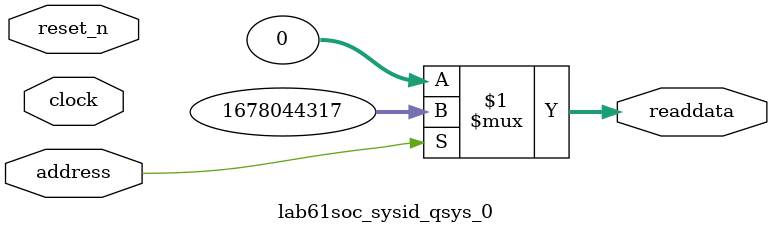
<source format=v>



// synthesis translate_off
`timescale 1ns / 1ps
// synthesis translate_on

// turn off superfluous verilog processor warnings 
// altera message_level Level1 
// altera message_off 10034 10035 10036 10037 10230 10240 10030 

module lab61soc_sysid_qsys_0 (
               // inputs:
                address,
                clock,
                reset_n,

               // outputs:
                readdata
             )
;

  output  [ 31: 0] readdata;
  input            address;
  input            clock;
  input            reset_n;

  wire    [ 31: 0] readdata;
  //control_slave, which is an e_avalon_slave
  assign readdata = address ? 1678044317 : 0;

endmodule



</source>
